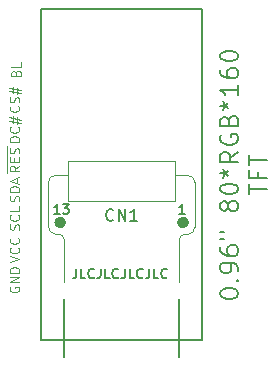
<source format=gto>
%TF.GenerationSoftware,KiCad,Pcbnew,(6.0.1)*%
%TF.CreationDate,2022-02-20T00:37:46+08:00*%
%TF.ProjectId,PCB_TFT_RF096HQ13,5043425f-5446-4545-9f52-463039364851,V0.9*%
%TF.SameCoordinates,Original*%
%TF.FileFunction,Legend,Top*%
%TF.FilePolarity,Positive*%
%FSLAX46Y46*%
G04 Gerber Fmt 4.6, Leading zero omitted, Abs format (unit mm)*
G04 Created by KiCad (PCBNEW (6.0.1)) date 2022-02-20 00:37:46*
%MOMM*%
%LPD*%
G01*
G04 APERTURE LIST*
%ADD10C,0.150000*%
%ADD11C,0.120000*%
%ADD12C,0.203200*%
%ADD13C,0.500000*%
G04 APERTURE END LIST*
D10*
X107311800Y-62966600D02*
X107311800Y-46507400D01*
X120926200Y-62966600D02*
X120926200Y-74498200D01*
X120926200Y-62966600D02*
X120926200Y-46507400D01*
X118970400Y-71071500D02*
X118970400Y-75973700D01*
X107311800Y-74498200D02*
X120926200Y-74498200D01*
X109267600Y-71085600D02*
X109267600Y-75987800D01*
X107311800Y-62966600D02*
X107311800Y-74498200D01*
X120926200Y-46507400D02*
X107311800Y-46507400D01*
D11*
X105387714Y-54711533D02*
X105425809Y-54749628D01*
X105463904Y-54863914D01*
X105463904Y-54940104D01*
X105425809Y-55054390D01*
X105349619Y-55130580D01*
X105273428Y-55168676D01*
X105121047Y-55206771D01*
X105006761Y-55206771D01*
X104854380Y-55168676D01*
X104778190Y-55130580D01*
X104702000Y-55054390D01*
X104663904Y-54940104D01*
X104663904Y-54863914D01*
X104702000Y-54749628D01*
X104740095Y-54711533D01*
X105425809Y-54406771D02*
X105463904Y-54292485D01*
X105463904Y-54102009D01*
X105425809Y-54025819D01*
X105387714Y-53987723D01*
X105311523Y-53949628D01*
X105235333Y-53949628D01*
X105159142Y-53987723D01*
X105121047Y-54025819D01*
X105082952Y-54102009D01*
X105044857Y-54254390D01*
X105006761Y-54330580D01*
X104968666Y-54368676D01*
X104892476Y-54406771D01*
X104816285Y-54406771D01*
X104740095Y-54368676D01*
X104702000Y-54330580D01*
X104663904Y-54254390D01*
X104663904Y-54063914D01*
X104702000Y-53949628D01*
X104930571Y-53644866D02*
X104930571Y-53073438D01*
X104587714Y-53416295D02*
X105616285Y-53644866D01*
X105273428Y-53149628D02*
X105273428Y-53721057D01*
X105616285Y-53378200D02*
X104587714Y-53149628D01*
X104702000Y-70027723D02*
X104663904Y-70103914D01*
X104663904Y-70218200D01*
X104702000Y-70332485D01*
X104778190Y-70408676D01*
X104854380Y-70446771D01*
X105006761Y-70484866D01*
X105121047Y-70484866D01*
X105273428Y-70446771D01*
X105349619Y-70408676D01*
X105425809Y-70332485D01*
X105463904Y-70218200D01*
X105463904Y-70142009D01*
X105425809Y-70027723D01*
X105387714Y-69989628D01*
X105121047Y-69989628D01*
X105121047Y-70142009D01*
X105463904Y-69646771D02*
X104663904Y-69646771D01*
X105463904Y-69189628D01*
X104663904Y-69189628D01*
X105463904Y-68808676D02*
X104663904Y-68808676D01*
X104663904Y-68618200D01*
X104702000Y-68503914D01*
X104778190Y-68427723D01*
X104854380Y-68389628D01*
X105006761Y-68351533D01*
X105121047Y-68351533D01*
X105273428Y-68389628D01*
X105349619Y-68427723D01*
X105425809Y-68503914D01*
X105463904Y-68618200D01*
X105463904Y-68808676D01*
D10*
X110296761Y-68472104D02*
X110296761Y-69043533D01*
X110258666Y-69157819D01*
X110182476Y-69234009D01*
X110068190Y-69272104D01*
X109992000Y-69272104D01*
X111058666Y-69272104D02*
X110677714Y-69272104D01*
X110677714Y-68472104D01*
X111782476Y-69195914D02*
X111744380Y-69234009D01*
X111630095Y-69272104D01*
X111553904Y-69272104D01*
X111439619Y-69234009D01*
X111363428Y-69157819D01*
X111325333Y-69081628D01*
X111287238Y-68929247D01*
X111287238Y-68814961D01*
X111325333Y-68662580D01*
X111363428Y-68586390D01*
X111439619Y-68510200D01*
X111553904Y-68472104D01*
X111630095Y-68472104D01*
X111744380Y-68510200D01*
X111782476Y-68548295D01*
X112353904Y-68472104D02*
X112353904Y-69043533D01*
X112315809Y-69157819D01*
X112239619Y-69234009D01*
X112125333Y-69272104D01*
X112049142Y-69272104D01*
X113115809Y-69272104D02*
X112734857Y-69272104D01*
X112734857Y-68472104D01*
X113839619Y-69195914D02*
X113801523Y-69234009D01*
X113687238Y-69272104D01*
X113611047Y-69272104D01*
X113496761Y-69234009D01*
X113420571Y-69157819D01*
X113382476Y-69081628D01*
X113344380Y-68929247D01*
X113344380Y-68814961D01*
X113382476Y-68662580D01*
X113420571Y-68586390D01*
X113496761Y-68510200D01*
X113611047Y-68472104D01*
X113687238Y-68472104D01*
X113801523Y-68510200D01*
X113839619Y-68548295D01*
X114411047Y-68472104D02*
X114411047Y-69043533D01*
X114372952Y-69157819D01*
X114296761Y-69234009D01*
X114182476Y-69272104D01*
X114106285Y-69272104D01*
X115172952Y-69272104D02*
X114792000Y-69272104D01*
X114792000Y-68472104D01*
X115896761Y-69195914D02*
X115858666Y-69234009D01*
X115744380Y-69272104D01*
X115668190Y-69272104D01*
X115553904Y-69234009D01*
X115477714Y-69157819D01*
X115439619Y-69081628D01*
X115401523Y-68929247D01*
X115401523Y-68814961D01*
X115439619Y-68662580D01*
X115477714Y-68586390D01*
X115553904Y-68510200D01*
X115668190Y-68472104D01*
X115744380Y-68472104D01*
X115858666Y-68510200D01*
X115896761Y-68548295D01*
X116468190Y-68472104D02*
X116468190Y-69043533D01*
X116430095Y-69157819D01*
X116353904Y-69234009D01*
X116239619Y-69272104D01*
X116163428Y-69272104D01*
X117230095Y-69272104D02*
X116849142Y-69272104D01*
X116849142Y-68472104D01*
X117953904Y-69195914D02*
X117915809Y-69234009D01*
X117801523Y-69272104D01*
X117725333Y-69272104D01*
X117611047Y-69234009D01*
X117534857Y-69157819D01*
X117496761Y-69081628D01*
X117458666Y-68929247D01*
X117458666Y-68814961D01*
X117496761Y-68662580D01*
X117534857Y-68586390D01*
X117611047Y-68510200D01*
X117725333Y-68472104D01*
X117801523Y-68472104D01*
X117915809Y-68510200D01*
X117953904Y-68548295D01*
D12*
X122471608Y-70651914D02*
X122471608Y-70506771D01*
X122544180Y-70361628D01*
X122616751Y-70289057D01*
X122761894Y-70216485D01*
X123052180Y-70143914D01*
X123415037Y-70143914D01*
X123705322Y-70216485D01*
X123850465Y-70289057D01*
X123923037Y-70361628D01*
X123995608Y-70506771D01*
X123995608Y-70651914D01*
X123923037Y-70797057D01*
X123850465Y-70869628D01*
X123705322Y-70942199D01*
X123415037Y-71014771D01*
X123052180Y-71014771D01*
X122761894Y-70942199D01*
X122616751Y-70869628D01*
X122544180Y-70797057D01*
X122471608Y-70651914D01*
X123850465Y-69490771D02*
X123923037Y-69418199D01*
X123995608Y-69490771D01*
X123923037Y-69563342D01*
X123850465Y-69490771D01*
X123995608Y-69490771D01*
X123995608Y-68692485D02*
X123995608Y-68402199D01*
X123923037Y-68257057D01*
X123850465Y-68184485D01*
X123632751Y-68039342D01*
X123342465Y-67966771D01*
X122761894Y-67966771D01*
X122616751Y-68039342D01*
X122544180Y-68111914D01*
X122471608Y-68257057D01*
X122471608Y-68547342D01*
X122544180Y-68692485D01*
X122616751Y-68765057D01*
X122761894Y-68837628D01*
X123124751Y-68837628D01*
X123269894Y-68765057D01*
X123342465Y-68692485D01*
X123415037Y-68547342D01*
X123415037Y-68257057D01*
X123342465Y-68111914D01*
X123269894Y-68039342D01*
X123124751Y-67966771D01*
X122471608Y-66660485D02*
X122471608Y-66950771D01*
X122544180Y-67095914D01*
X122616751Y-67168485D01*
X122834465Y-67313628D01*
X123124751Y-67386199D01*
X123705322Y-67386199D01*
X123850465Y-67313628D01*
X123923037Y-67241057D01*
X123995608Y-67095914D01*
X123995608Y-66805628D01*
X123923037Y-66660485D01*
X123850465Y-66587914D01*
X123705322Y-66515342D01*
X123342465Y-66515342D01*
X123197322Y-66587914D01*
X123124751Y-66660485D01*
X123052180Y-66805628D01*
X123052180Y-67095914D01*
X123124751Y-67241057D01*
X123197322Y-67313628D01*
X123342465Y-67386199D01*
X122471608Y-65934771D02*
X122761894Y-65934771D01*
X122471608Y-65354199D02*
X122761894Y-65354199D01*
X123124751Y-63322199D02*
X123052180Y-63467342D01*
X122979608Y-63539914D01*
X122834465Y-63612485D01*
X122761894Y-63612485D01*
X122616751Y-63539914D01*
X122544180Y-63467342D01*
X122471608Y-63322199D01*
X122471608Y-63031914D01*
X122544180Y-62886771D01*
X122616751Y-62814199D01*
X122761894Y-62741628D01*
X122834465Y-62741628D01*
X122979608Y-62814199D01*
X123052180Y-62886771D01*
X123124751Y-63031914D01*
X123124751Y-63322199D01*
X123197322Y-63467342D01*
X123269894Y-63539914D01*
X123415037Y-63612485D01*
X123705322Y-63612485D01*
X123850465Y-63539914D01*
X123923037Y-63467342D01*
X123995608Y-63322199D01*
X123995608Y-63031914D01*
X123923037Y-62886771D01*
X123850465Y-62814199D01*
X123705322Y-62741628D01*
X123415037Y-62741628D01*
X123269894Y-62814199D01*
X123197322Y-62886771D01*
X123124751Y-63031914D01*
X122471608Y-61798200D02*
X122471608Y-61653057D01*
X122544180Y-61507914D01*
X122616751Y-61435342D01*
X122761894Y-61362771D01*
X123052180Y-61290200D01*
X123415037Y-61290200D01*
X123705322Y-61362771D01*
X123850465Y-61435342D01*
X123923037Y-61507914D01*
X123995608Y-61653057D01*
X123995608Y-61798200D01*
X123923037Y-61943342D01*
X123850465Y-62015914D01*
X123705322Y-62088485D01*
X123415037Y-62161057D01*
X123052180Y-62161057D01*
X122761894Y-62088485D01*
X122616751Y-62015914D01*
X122544180Y-61943342D01*
X122471608Y-61798200D01*
X122471608Y-60419342D02*
X122834465Y-60419342D01*
X122689322Y-60782200D02*
X122834465Y-60419342D01*
X122689322Y-60056485D01*
X123124751Y-60637057D02*
X122834465Y-60419342D01*
X123124751Y-60201628D01*
X123995608Y-58605057D02*
X123269894Y-59113057D01*
X123995608Y-59475914D02*
X122471608Y-59475914D01*
X122471608Y-58895342D01*
X122544180Y-58750200D01*
X122616751Y-58677628D01*
X122761894Y-58605057D01*
X122979608Y-58605057D01*
X123124751Y-58677628D01*
X123197322Y-58750200D01*
X123269894Y-58895342D01*
X123269894Y-59475914D01*
X122544180Y-57153628D02*
X122471608Y-57298771D01*
X122471608Y-57516485D01*
X122544180Y-57734200D01*
X122689322Y-57879342D01*
X122834465Y-57951914D01*
X123124751Y-58024485D01*
X123342465Y-58024485D01*
X123632751Y-57951914D01*
X123777894Y-57879342D01*
X123923037Y-57734200D01*
X123995608Y-57516485D01*
X123995608Y-57371342D01*
X123923037Y-57153628D01*
X123850465Y-57081057D01*
X123342465Y-57081057D01*
X123342465Y-57371342D01*
X123197322Y-55919914D02*
X123269894Y-55702200D01*
X123342465Y-55629628D01*
X123487608Y-55557057D01*
X123705322Y-55557057D01*
X123850465Y-55629628D01*
X123923037Y-55702200D01*
X123995608Y-55847342D01*
X123995608Y-56427914D01*
X122471608Y-56427914D01*
X122471608Y-55919914D01*
X122544180Y-55774771D01*
X122616751Y-55702200D01*
X122761894Y-55629628D01*
X122907037Y-55629628D01*
X123052180Y-55702200D01*
X123124751Y-55774771D01*
X123197322Y-55919914D01*
X123197322Y-56427914D01*
X122471608Y-54686200D02*
X122834465Y-54686200D01*
X122689322Y-55049057D02*
X122834465Y-54686200D01*
X122689322Y-54323342D01*
X123124751Y-54903914D02*
X122834465Y-54686200D01*
X123124751Y-54468485D01*
X123995608Y-52944485D02*
X123995608Y-53815342D01*
X123995608Y-53379914D02*
X122471608Y-53379914D01*
X122689322Y-53525057D01*
X122834465Y-53670200D01*
X122907037Y-53815342D01*
X122471608Y-51638200D02*
X122471608Y-51928485D01*
X122544180Y-52073628D01*
X122616751Y-52146200D01*
X122834465Y-52291342D01*
X123124751Y-52363914D01*
X123705322Y-52363914D01*
X123850465Y-52291342D01*
X123923037Y-52218771D01*
X123995608Y-52073628D01*
X123995608Y-51783342D01*
X123923037Y-51638200D01*
X123850465Y-51565628D01*
X123705322Y-51493057D01*
X123342465Y-51493057D01*
X123197322Y-51565628D01*
X123124751Y-51638200D01*
X123052180Y-51783342D01*
X123052180Y-52073628D01*
X123124751Y-52218771D01*
X123197322Y-52291342D01*
X123342465Y-52363914D01*
X122471608Y-50549628D02*
X122471608Y-50404485D01*
X122544180Y-50259342D01*
X122616751Y-50186771D01*
X122761894Y-50114200D01*
X123052180Y-50041628D01*
X123415037Y-50041628D01*
X123705322Y-50114200D01*
X123850465Y-50186771D01*
X123923037Y-50259342D01*
X123995608Y-50404485D01*
X123995608Y-50549628D01*
X123923037Y-50694771D01*
X123850465Y-50767342D01*
X123705322Y-50839914D01*
X123415037Y-50912485D01*
X123052180Y-50912485D01*
X122761894Y-50839914D01*
X122616751Y-50767342D01*
X122544180Y-50694771D01*
X122471608Y-50549628D01*
X124925248Y-62197342D02*
X124925248Y-61326485D01*
X126449248Y-61761914D02*
X124925248Y-61761914D01*
X125650962Y-60310485D02*
X125650962Y-60818485D01*
X126449248Y-60818485D02*
X124925248Y-60818485D01*
X124925248Y-60092771D01*
X124925248Y-59729914D02*
X124925248Y-58859057D01*
X126449248Y-59294485D02*
X124925248Y-59294485D01*
D11*
X104438000Y-60401057D02*
X104438000Y-59601057D01*
X105463904Y-59753438D02*
X105082952Y-60020104D01*
X105463904Y-60210580D02*
X104663904Y-60210580D01*
X104663904Y-59905819D01*
X104702000Y-59829628D01*
X104740095Y-59791533D01*
X104816285Y-59753438D01*
X104930571Y-59753438D01*
X105006761Y-59791533D01*
X105044857Y-59829628D01*
X105082952Y-59905819D01*
X105082952Y-60210580D01*
X104438000Y-59601057D02*
X104438000Y-58877247D01*
X105044857Y-59410580D02*
X105044857Y-59143914D01*
X105463904Y-59029628D02*
X105463904Y-59410580D01*
X104663904Y-59410580D01*
X104663904Y-59029628D01*
X104438000Y-58877247D02*
X104438000Y-58115342D01*
X105425809Y-58724866D02*
X105463904Y-58610580D01*
X105463904Y-58420104D01*
X105425809Y-58343914D01*
X105387714Y-58305819D01*
X105311523Y-58267723D01*
X105235333Y-58267723D01*
X105159142Y-58305819D01*
X105121047Y-58343914D01*
X105082952Y-58420104D01*
X105044857Y-58572485D01*
X105006761Y-58648676D01*
X104968666Y-58686771D01*
X104892476Y-58724866D01*
X104816285Y-58724866D01*
X104740095Y-58686771D01*
X104702000Y-58648676D01*
X104663904Y-58572485D01*
X104663904Y-58382009D01*
X104702000Y-58267723D01*
X104663904Y-67944866D02*
X105463904Y-67678200D01*
X104663904Y-67411533D01*
X105387714Y-66687723D02*
X105425809Y-66725819D01*
X105463904Y-66840104D01*
X105463904Y-66916295D01*
X105425809Y-67030580D01*
X105349619Y-67106771D01*
X105273428Y-67144866D01*
X105121047Y-67182961D01*
X105006761Y-67182961D01*
X104854380Y-67144866D01*
X104778190Y-67106771D01*
X104702000Y-67030580D01*
X104663904Y-66916295D01*
X104663904Y-66840104D01*
X104702000Y-66725819D01*
X104740095Y-66687723D01*
X105387714Y-65887723D02*
X105425809Y-65925819D01*
X105463904Y-66040104D01*
X105463904Y-66116295D01*
X105425809Y-66230580D01*
X105349619Y-66306771D01*
X105273428Y-66344866D01*
X105121047Y-66382961D01*
X105006761Y-66382961D01*
X104854380Y-66344866D01*
X104778190Y-66306771D01*
X104702000Y-66230580D01*
X104663904Y-66116295D01*
X104663904Y-66040104D01*
X104702000Y-65925819D01*
X104740095Y-65887723D01*
X105460856Y-57727723D02*
X104660856Y-57727723D01*
X104660856Y-57537247D01*
X104698952Y-57422961D01*
X104775142Y-57346771D01*
X104851332Y-57308676D01*
X105003713Y-57270580D01*
X105117999Y-57270580D01*
X105270380Y-57308676D01*
X105346571Y-57346771D01*
X105422761Y-57422961D01*
X105460856Y-57537247D01*
X105460856Y-57727723D01*
X105384666Y-56470580D02*
X105422761Y-56508676D01*
X105460856Y-56622961D01*
X105460856Y-56699152D01*
X105422761Y-56813438D01*
X105346571Y-56889628D01*
X105270380Y-56927723D01*
X105117999Y-56965819D01*
X105003713Y-56965819D01*
X104851332Y-56927723D01*
X104775142Y-56889628D01*
X104698952Y-56813438D01*
X104660856Y-56699152D01*
X104660856Y-56622961D01*
X104698952Y-56508676D01*
X104737047Y-56470580D01*
X104927523Y-56165819D02*
X104927523Y-55594390D01*
X104584666Y-55937247D02*
X105613237Y-56165819D01*
X105270380Y-55670580D02*
X105270380Y-56242009D01*
X105613237Y-55899152D02*
X104584666Y-55670580D01*
X105425799Y-65163581D02*
X105463894Y-65049296D01*
X105463894Y-64858820D01*
X105425799Y-64782629D01*
X105387704Y-64744534D01*
X105311513Y-64706439D01*
X105235323Y-64706439D01*
X105159132Y-64744534D01*
X105121037Y-64782629D01*
X105082942Y-64858820D01*
X105044847Y-65011201D01*
X105006751Y-65087391D01*
X104968656Y-65125486D01*
X104892466Y-65163581D01*
X104816275Y-65163581D01*
X104740085Y-65125486D01*
X104701990Y-65087391D01*
X104663894Y-65011201D01*
X104663894Y-64820724D01*
X104701990Y-64706439D01*
X105387704Y-63906439D02*
X105425799Y-63944534D01*
X105463894Y-64058820D01*
X105463894Y-64135010D01*
X105425799Y-64249296D01*
X105349609Y-64325486D01*
X105273418Y-64363581D01*
X105121037Y-64401677D01*
X105006751Y-64401677D01*
X104854370Y-64363581D01*
X104778180Y-64325486D01*
X104701990Y-64249296D01*
X104663894Y-64135010D01*
X104663894Y-64058820D01*
X104701990Y-63944534D01*
X104740085Y-63906439D01*
X105463894Y-63182629D02*
X105463894Y-63563581D01*
X104663894Y-63563581D01*
X105171857Y-51904866D02*
X105209952Y-51790580D01*
X105248047Y-51752485D01*
X105324238Y-51714390D01*
X105438523Y-51714390D01*
X105514714Y-51752485D01*
X105552809Y-51790580D01*
X105590904Y-51866771D01*
X105590904Y-52171533D01*
X104790904Y-52171533D01*
X104790904Y-51904866D01*
X104829000Y-51828676D01*
X104867095Y-51790580D01*
X104943285Y-51752485D01*
X105019476Y-51752485D01*
X105095666Y-51790580D01*
X105133761Y-51828676D01*
X105171857Y-51904866D01*
X105171857Y-52171533D01*
X105590904Y-50990580D02*
X105590904Y-51371533D01*
X104790904Y-51371533D01*
X105425809Y-62769628D02*
X105463904Y-62655342D01*
X105463904Y-62464866D01*
X105425809Y-62388676D01*
X105387714Y-62350580D01*
X105311523Y-62312485D01*
X105235333Y-62312485D01*
X105159142Y-62350580D01*
X105121047Y-62388676D01*
X105082952Y-62464866D01*
X105044857Y-62617247D01*
X105006761Y-62693438D01*
X104968666Y-62731533D01*
X104892476Y-62769628D01*
X104816285Y-62769628D01*
X104740095Y-62731533D01*
X104702000Y-62693438D01*
X104663904Y-62617247D01*
X104663904Y-62426771D01*
X104702000Y-62312485D01*
X105463904Y-61969628D02*
X104663904Y-61969628D01*
X104663904Y-61779152D01*
X104702000Y-61664866D01*
X104778190Y-61588676D01*
X104854380Y-61550580D01*
X105006761Y-61512485D01*
X105121047Y-61512485D01*
X105273428Y-61550580D01*
X105349619Y-61588676D01*
X105425809Y-61664866D01*
X105463904Y-61779152D01*
X105463904Y-61969628D01*
X105235333Y-61207723D02*
X105235333Y-60826771D01*
X105463904Y-61283914D02*
X104663904Y-61017247D01*
X105463904Y-60750580D01*
D10*
%TO.C,CN1*%
X113428523Y-64328642D02*
X113380904Y-64376261D01*
X113238047Y-64423880D01*
X113142809Y-64423880D01*
X112999952Y-64376261D01*
X112904714Y-64281023D01*
X112857095Y-64185785D01*
X112809476Y-63995309D01*
X112809476Y-63852452D01*
X112857095Y-63661976D01*
X112904714Y-63566738D01*
X112999952Y-63471500D01*
X113142809Y-63423880D01*
X113238047Y-63423880D01*
X113380904Y-63471500D01*
X113428523Y-63519119D01*
X113857095Y-64423880D02*
X113857095Y-63423880D01*
X114428523Y-64423880D01*
X114428523Y-63423880D01*
X115428523Y-64423880D02*
X114857095Y-64423880D01*
X115142809Y-64423880D02*
X115142809Y-63423880D01*
X115047571Y-63566738D01*
X114952333Y-63661976D01*
X114857095Y-63709595D01*
X119447571Y-63833404D02*
X118990428Y-63833404D01*
X119219000Y-63833404D02*
X119219000Y-63033404D01*
X119142809Y-63147690D01*
X119066619Y-63223880D01*
X118990428Y-63261976D01*
X108866619Y-63833404D02*
X108409476Y-63833404D01*
X108638047Y-63833404D02*
X108638047Y-63033404D01*
X108561857Y-63147690D01*
X108485666Y-63223880D01*
X108409476Y-63261976D01*
X109133285Y-63033404D02*
X109628523Y-63033404D01*
X109361857Y-63338166D01*
X109476142Y-63338166D01*
X109552333Y-63376261D01*
X109590428Y-63414357D01*
X109628523Y-63490547D01*
X109628523Y-63681023D01*
X109590428Y-63757214D01*
X109552333Y-63795309D01*
X109476142Y-63833404D01*
X109247571Y-63833404D01*
X109171380Y-63795309D01*
X109133285Y-63757214D01*
D11*
X118669000Y-60331500D02*
X118669000Y-59391500D01*
X109569000Y-62751500D02*
X118669000Y-62751500D01*
X108519000Y-60571500D02*
X109569000Y-60571500D01*
X119719000Y-60571500D02*
X118669000Y-60571500D01*
X119719000Y-65571500D02*
X119472553Y-65571500D01*
X108765447Y-65547236D02*
X108519000Y-65547236D01*
X118669000Y-61701500D02*
X118669000Y-60341500D01*
X109569000Y-60331500D02*
X109569000Y-59391500D01*
X120319000Y-64971500D02*
X120319000Y-62571500D01*
X109569000Y-62751500D02*
X109569000Y-61691500D01*
X120319000Y-61171500D02*
X120319000Y-62571500D01*
X109569000Y-61691500D02*
X109569000Y-60331500D01*
X109269000Y-66071500D02*
X109269000Y-69571500D01*
X107919000Y-64971500D02*
X107919000Y-62571500D01*
X118669000Y-62751500D02*
X118669000Y-61691500D01*
X107919000Y-61171500D02*
X107919000Y-62571500D01*
X109569000Y-59391500D02*
X118669000Y-59391500D01*
X118969000Y-66071500D02*
X118969000Y-69571500D01*
X109569000Y-60331500D02*
X109569000Y-59391500D01*
X109265447Y-66047236D02*
G75*
G03*
X108765447Y-65547236I-500001J-1D01*
G01*
X120319000Y-61171500D02*
G75*
G03*
X119719000Y-60571500I-600000J0D01*
G01*
X107919000Y-64947236D02*
G75*
G03*
X108519000Y-65547236I600000J0D01*
G01*
X119472553Y-65571500D02*
G75*
G03*
X118972553Y-66071500I1J-500001D01*
G01*
X108519000Y-60571500D02*
G75*
G03*
X107919000Y-61171500I0J-600000D01*
G01*
X119719000Y-65571500D02*
G75*
G03*
X120319000Y-64971500I0J600000D01*
G01*
D13*
X119569000Y-64571500D02*
G75*
G03*
X119569000Y-64571500I-250000J0D01*
G01*
X109169000Y-64571500D02*
G75*
G03*
X109169000Y-64571500I-250000J0D01*
G01*
%TD*%
M02*

</source>
